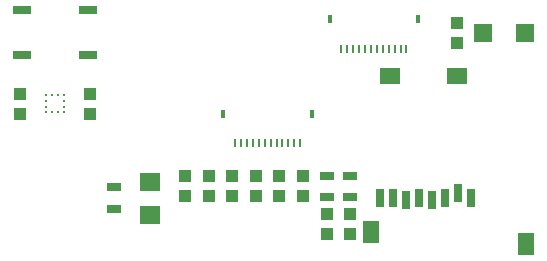
<source format=gtp>
G04 EAGLE Gerber RS-274X export*
G75*
%MOMM*%
%FSLAX34Y34*%
%LPD*%
%INSolderpaste Top*%
%IPPOS*%
%AMOC8*
5,1,8,0,0,1.08239X$1,22.5*%
G01*
%ADD10R,1.200000X0.800000*%
%ADD11R,1.000000X1.100000*%
%ADD12R,1.800000X1.600000*%
%ADD13R,1.800000X1.400000*%
%ADD14R,1.400000X1.900000*%
%ADD15R,0.800000X1.500000*%
%ADD16R,1.500000X1.600000*%
%ADD17R,0.400000X0.800000*%
%ADD18R,0.250000X0.650000*%
%ADD19R,0.250000X0.275000*%
%ADD20R,0.275000X0.250000*%
%ADD21R,1.524000X0.762000*%


D10*
X120000Y59000D03*
X120000Y41000D03*
X300000Y51000D03*
X300000Y69000D03*
X320000Y51000D03*
X320000Y69000D03*
D11*
X200000Y51500D03*
X200000Y68500D03*
D12*
X150000Y64000D03*
X150000Y36000D03*
D11*
X180000Y51500D03*
X180000Y68500D03*
X280000Y51500D03*
X280000Y68500D03*
X240000Y68500D03*
X240000Y51500D03*
X260000Y51500D03*
X260000Y68500D03*
X220000Y51500D03*
X220000Y68500D03*
X300000Y36500D03*
X300000Y19500D03*
X320000Y19500D03*
X320000Y36500D03*
D13*
X410500Y153000D03*
X353500Y153000D03*
D14*
X337500Y21500D03*
X469000Y11500D03*
D15*
X422400Y50000D03*
X411400Y54000D03*
X400400Y50000D03*
X389400Y48000D03*
X378400Y50000D03*
X367400Y48000D03*
X356400Y50000D03*
X345400Y50000D03*
D16*
X432000Y190000D03*
X468000Y190000D03*
D11*
X410000Y181500D03*
X410000Y198500D03*
D17*
X377500Y201500D03*
D18*
X367500Y176500D03*
X362500Y176500D03*
D17*
X302500Y201500D03*
D18*
X357500Y176500D03*
X352500Y176500D03*
X347500Y176500D03*
X342500Y176500D03*
X337500Y176500D03*
X332500Y176500D03*
X327500Y176500D03*
X322500Y176500D03*
X317500Y176500D03*
X312500Y176500D03*
D19*
X67500Y122500D03*
X72500Y122500D03*
X72500Y137500D03*
X67500Y137500D03*
D20*
X62500Y137500D03*
X62500Y132500D03*
X62500Y122500D03*
X62500Y127500D03*
X77500Y122500D03*
X77500Y127500D03*
X77500Y132500D03*
X77500Y137500D03*
D11*
X40000Y121500D03*
X40000Y138500D03*
X100000Y121500D03*
X100000Y138500D03*
D21*
X97940Y170950D03*
X42060Y170950D03*
X97940Y209050D03*
X42060Y209050D03*
D17*
X287500Y121500D03*
D18*
X277500Y96500D03*
X272500Y96500D03*
D17*
X212500Y121500D03*
D18*
X267500Y96500D03*
X262500Y96500D03*
X257500Y96500D03*
X252500Y96500D03*
X247500Y96500D03*
X242500Y96500D03*
X237500Y96500D03*
X232500Y96500D03*
X227500Y96500D03*
X222500Y96500D03*
M02*

</source>
